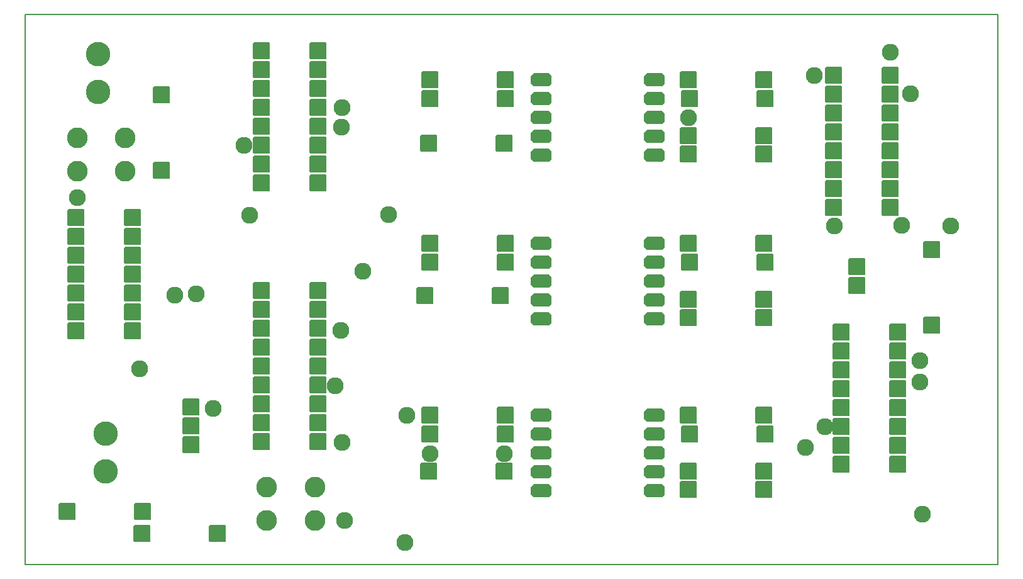
<source format=gbr>
G04 PROTEUS GERBER X2 FILE*
%TF.GenerationSoftware,Labcenter,Proteus,8.8-SP0-Build26547*%
%TF.CreationDate,2024-06-03T23:11:47+00:00*%
%TF.FileFunction,Soldermask,Bot*%
%TF.FilePolarity,Negative*%
%TF.Part,Single*%
%TF.SameCoordinates,{21ee4477-aff3-40fb-9ee6-804b83d108f7}*%
%FSLAX45Y45*%
%MOMM*%
G01*
%TA.AperFunction,Material*%
%ADD18C,2.286000*%
%AMPPAD009*
4,1,8,
1.397000,0.509800,
1.397000,-0.509800,
1.017800,-0.889000,
-1.017800,-0.889000,
-1.397000,-0.509800,
-1.397000,0.509800,
-1.017800,0.889000,
1.017800,0.889000,
1.397000,0.509800,
0*%
%TA.AperFunction,Material*%
%ADD19PPAD009*%
%AMPPAD010*
4,1,36,
1.143000,1.016000,
1.143000,-1.016000,
1.140470,-1.041970,
1.133200,-1.065980,
1.121650,-1.087580,
1.106290,-1.106290,
1.087570,-1.121650,
1.065980,-1.133200,
1.041970,-1.140470,
1.016000,-1.143000,
-1.016000,-1.143000,
-1.041970,-1.140470,
-1.065980,-1.133200,
-1.087570,-1.121650,
-1.106290,-1.106290,
-1.121650,-1.087580,
-1.133200,-1.065980,
-1.140470,-1.041970,
-1.143000,-1.016000,
-1.143000,1.016000,
-1.140470,1.041970,
-1.133200,1.065980,
-1.121650,1.087580,
-1.106290,1.106290,
-1.087570,1.121650,
-1.065980,1.133200,
-1.041970,1.140470,
-1.016000,1.143000,
1.016000,1.143000,
1.041970,1.140470,
1.065980,1.133200,
1.087570,1.121650,
1.106290,1.106290,
1.121650,1.087580,
1.133200,1.065980,
1.140470,1.041970,
1.143000,1.016000,
0*%
%TA.AperFunction,Material*%
%ADD70PPAD010*%
%AMPPAD011*
4,1,36,
-1.016000,1.143000,
1.016000,1.143000,
1.041970,1.140470,
1.065980,1.133200,
1.087580,1.121650,
1.106290,1.106290,
1.121650,1.087570,
1.133200,1.065980,
1.140470,1.041970,
1.143000,1.016000,
1.143000,-1.016000,
1.140470,-1.041970,
1.133200,-1.065980,
1.121650,-1.087570,
1.106290,-1.106290,
1.087580,-1.121650,
1.065980,-1.133200,
1.041970,-1.140470,
1.016000,-1.143000,
-1.016000,-1.143000,
-1.041970,-1.140470,
-1.065980,-1.133200,
-1.087580,-1.121650,
-1.106290,-1.106290,
-1.121650,-1.087570,
-1.133200,-1.065980,
-1.140470,-1.041970,
-1.143000,-1.016000,
-1.143000,1.016000,
-1.140470,1.041970,
-1.133200,1.065980,
-1.121650,1.087570,
-1.106290,1.106290,
-1.087580,1.121650,
-1.065980,1.133200,
-1.041970,1.140470,
-1.016000,1.143000,
0*%
%TA.AperFunction,Material*%
%ADD71PPAD011*%
%TA.AperFunction,Material*%
%ADD20C,3.302000*%
%TA.AperFunction,Material*%
%ADD21C,2.794000*%
%TA.AperFunction,Profile*%
%ADD16C,0.203200*%
%TD.AperFunction*%
D18*
X+11457054Y-10372256D03*
X+5220603Y-10298924D03*
X+5123522Y-9534459D03*
X+11717725Y-10091365D03*
X+6087166Y-9936376D03*
X+13033449Y-11265790D03*
X+13000000Y-9200000D03*
X+13001587Y-9485154D03*
X+2963726Y-8320224D03*
X+12873802Y-5613072D03*
X+11574172Y-5367249D03*
X+5214438Y-5795155D03*
X+5208049Y-6060535D03*
X+3250000Y-8300000D03*
X+3900000Y-6300000D03*
X+7400000Y-10450000D03*
X+6400000Y-10450000D03*
X+5847834Y-7235918D03*
X+3969220Y-7242954D03*
X+9885495Y-5935514D03*
X+12600000Y-5050000D03*
X+3485524Y-9840077D03*
X+2490185Y-9312010D03*
X+5500000Y-8000000D03*
X+5250000Y-11350000D03*
X+1651536Y-7003115D03*
X+6060871Y-11650197D03*
X+11845892Y-7384841D03*
X+12756874Y-7378809D03*
X+13411529Y-7385087D03*
X+5200387Y-8796905D03*
D19*
X+9424000Y-6187956D03*
X+9424000Y-6441956D03*
X+7900000Y-6187956D03*
X+9424000Y-5933956D03*
X+7900000Y-5933956D03*
X+7900000Y-5679956D03*
X+7900000Y-6441956D03*
X+7900000Y-5425956D03*
X+9424000Y-5425956D03*
X+9424000Y-5679956D03*
X+9424000Y-8387956D03*
X+9424000Y-8641956D03*
X+7900000Y-8387956D03*
X+9424000Y-8133956D03*
X+7900000Y-8133956D03*
X+7900000Y-7879956D03*
X+7900000Y-8641956D03*
X+7900000Y-7625956D03*
X+9424000Y-7625956D03*
X+9424000Y-7879956D03*
X+9424000Y-10699956D03*
X+9424000Y-10953956D03*
X+7900000Y-10699956D03*
X+9424000Y-10445956D03*
X+7900000Y-10445956D03*
X+7900000Y-10191956D03*
X+7900000Y-10953956D03*
X+7900000Y-9937956D03*
X+9424000Y-9937956D03*
X+9424000Y-10191956D03*
D70*
X+10900000Y-10687956D03*
X+9884000Y-10687956D03*
X+10900000Y-10937956D03*
X+9884000Y-10937956D03*
X+6384000Y-10687956D03*
X+7400000Y-10687956D03*
X+6400000Y-10187956D03*
X+7416000Y-10187956D03*
X+6400000Y-9937956D03*
X+7416000Y-9937956D03*
X+10916000Y-10187956D03*
X+9900000Y-10187956D03*
X+10900000Y-9937956D03*
X+9884000Y-9937956D03*
X+10900000Y-8375956D03*
X+9884000Y-8375956D03*
X+10900000Y-8625956D03*
X+9884000Y-8625956D03*
X+6334000Y-8325956D03*
X+7350000Y-8325956D03*
X+6400000Y-7875956D03*
X+7416000Y-7875956D03*
X+6400000Y-7625956D03*
X+7416000Y-7625956D03*
X+10916000Y-7875956D03*
X+9900000Y-7875956D03*
X+10900000Y-7625956D03*
X+9884000Y-7625956D03*
X+10900000Y-6175956D03*
X+9884000Y-6175956D03*
X+10900000Y-6425956D03*
X+9884000Y-6425956D03*
X+6384000Y-6275956D03*
X+7400000Y-6275956D03*
X+6400000Y-5675956D03*
X+7416000Y-5675956D03*
X+6400000Y-5425956D03*
X+7416000Y-5425956D03*
X+10916000Y-5675956D03*
X+9900000Y-5675956D03*
X+10900000Y-5425956D03*
X+9884000Y-5425956D03*
D71*
X+11938000Y-8821956D03*
X+11938000Y-9075956D03*
X+11938000Y-9329956D03*
X+11938000Y-9583956D03*
X+11938000Y-9837956D03*
X+11938000Y-10091956D03*
X+11938000Y-10345956D03*
X+11938000Y-10599956D03*
X+12700000Y-10599956D03*
X+12700000Y-10345956D03*
X+12700000Y-10091956D03*
X+12700000Y-9837956D03*
X+12700000Y-9583956D03*
X+12700000Y-9329956D03*
X+12700000Y-9075956D03*
X+12700000Y-8821956D03*
D70*
X+12600000Y-7145956D03*
X+12600000Y-6891956D03*
X+12600000Y-6637956D03*
X+12600000Y-6383956D03*
X+12600000Y-6129956D03*
X+12600000Y-5875956D03*
X+12600000Y-5621956D03*
X+12600000Y-5367956D03*
X+11838000Y-5367956D03*
X+11838000Y-5621956D03*
X+11838000Y-5875956D03*
X+11838000Y-6129956D03*
X+11838000Y-6383956D03*
X+11838000Y-6637956D03*
X+11838000Y-6891956D03*
X+11838000Y-7145956D03*
D71*
X+4134000Y-5031956D03*
X+4134000Y-5285956D03*
X+4134000Y-5539956D03*
X+4134000Y-5793956D03*
X+4134000Y-6047956D03*
X+4134000Y-6301956D03*
X+4134000Y-6555956D03*
X+4134000Y-6809956D03*
X+4896000Y-6809956D03*
X+4896000Y-6555956D03*
X+4896000Y-6301956D03*
X+4896000Y-6047956D03*
X+4896000Y-5793956D03*
X+4896000Y-5539956D03*
X+4896000Y-5285956D03*
X+4896000Y-5031956D03*
D20*
X+1936000Y-5079956D03*
X+1936000Y-5587956D03*
X+2036000Y-10179956D03*
X+2036000Y-10687956D03*
D70*
X+3186000Y-10333956D03*
X+3186000Y-10079956D03*
X+3186000Y-9825956D03*
X+13162000Y-8727956D03*
X+13162000Y-7711956D03*
X+2536000Y-11229956D03*
X+1520000Y-11229956D03*
D71*
X+2786000Y-5629956D03*
X+2786000Y-6645956D03*
D70*
X+1638000Y-7279956D03*
X+1638000Y-7533956D03*
X+1638000Y-7787956D03*
X+1638000Y-8041956D03*
X+1638000Y-8295956D03*
X+1638000Y-8549956D03*
X+1638000Y-8803956D03*
X+2400000Y-8803956D03*
X+2400000Y-8549956D03*
X+2400000Y-8295956D03*
X+2400000Y-8041956D03*
X+2400000Y-7787956D03*
X+2400000Y-7533956D03*
X+2400000Y-7279956D03*
X+4138000Y-8263956D03*
X+4138000Y-8517956D03*
X+4138000Y-8771956D03*
X+4138000Y-9025956D03*
X+4138000Y-9279956D03*
X+4138000Y-9533956D03*
X+4138000Y-9787956D03*
X+4138000Y-10041956D03*
X+4138000Y-10295956D03*
X+4900000Y-10295956D03*
X+4900000Y-10041956D03*
X+4900000Y-9787956D03*
X+4900000Y-9533956D03*
X+4900000Y-9279956D03*
X+4900000Y-9025956D03*
X+4900000Y-8771956D03*
X+4900000Y-8517956D03*
X+4900000Y-8263956D03*
X+12150000Y-7941956D03*
X+12150000Y-8195956D03*
D21*
X+2300000Y-6650000D03*
X+1650000Y-6650000D03*
X+2300000Y-6200000D03*
X+1650000Y-6200000D03*
X+4850000Y-11350000D03*
X+4200000Y-11350000D03*
X+4850000Y-10900000D03*
X+4200000Y-10900000D03*
D71*
X+2521627Y-11525166D03*
X+3537627Y-11525166D03*
D16*
X+950000Y-11941956D02*
X+14050000Y-11941956D01*
X+14050000Y-4541956D01*
X+950000Y-4541956D01*
X+950000Y-11941956D01*
M02*

</source>
